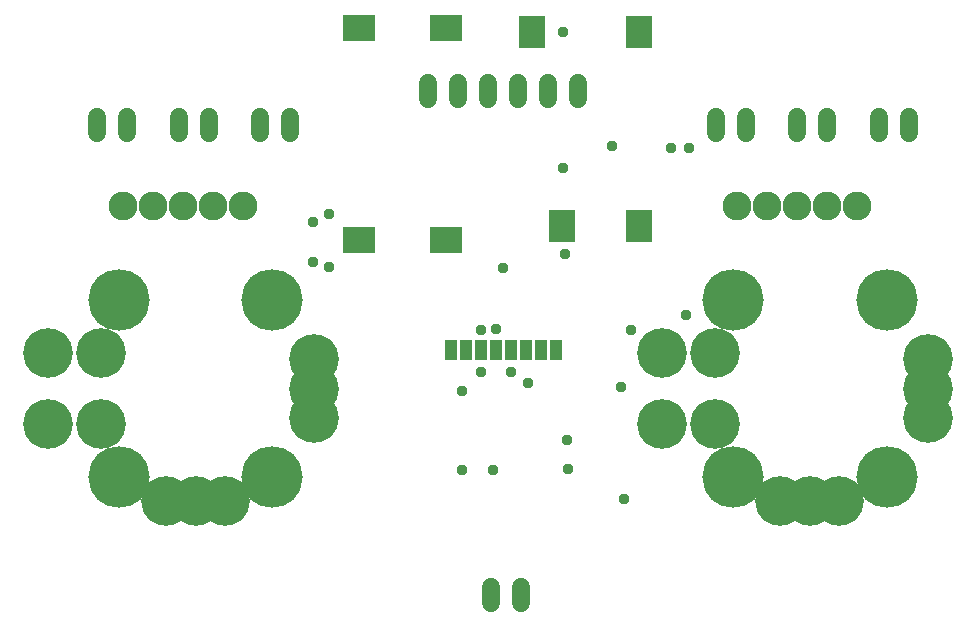
<source format=gbs>
G04 EAGLE Gerber X2 export*
%TF.Part,Single*%
%TF.FileFunction,Soldermask,Bot,1*%
%TF.FilePolarity,Negative*%
%TF.GenerationSoftware,Autodesk,EAGLE,9.0.1*%
%TF.CreationDate,2018-06-02T06:47:05Z*%
G75*
%MOMM*%
%FSLAX34Y34*%
%LPD*%
%AMOC8*
5,1,8,0,0,1.08239X$1,22.5*%
G01*
%ADD10C,1.524000*%
%ADD11C,2.453200*%
%ADD12C,5.203200*%
%ADD13C,4.203200*%
%ADD14R,1.103200X1.703200*%
%ADD15R,2.203200X2.703200*%
%ADD16R,2.703200X2.203200*%
%ADD17C,0.959600*%


D10*
X515800Y431604D02*
X515800Y418396D01*
X490400Y418396D02*
X490400Y431604D01*
D11*
X280000Y755000D03*
X254600Y755000D03*
X229100Y755000D03*
X203800Y755000D03*
X178400Y755000D03*
D12*
X175000Y675000D03*
X305000Y675000D03*
D13*
X115000Y630000D03*
X115000Y570000D03*
X160000Y570000D03*
X160000Y630000D03*
D12*
X175000Y525000D03*
X305000Y525000D03*
D13*
X215000Y505000D03*
X240000Y505000D03*
X265000Y505000D03*
X340000Y625000D03*
X340000Y600000D03*
X340000Y575000D03*
D11*
X800000Y755000D03*
X774600Y755000D03*
X749100Y755000D03*
X723800Y755000D03*
X698400Y755000D03*
D12*
X695000Y675000D03*
X825000Y675000D03*
D13*
X635000Y630000D03*
X635000Y570000D03*
X680000Y570000D03*
X680000Y630000D03*
D12*
X695000Y525000D03*
X825000Y525000D03*
D13*
X735000Y505000D03*
X760000Y505000D03*
X785000Y505000D03*
X860000Y625000D03*
X860000Y600000D03*
X860000Y575000D03*
D14*
X456000Y633000D03*
X468700Y633000D03*
X481400Y633000D03*
X494100Y633000D03*
X506800Y633000D03*
X519500Y633000D03*
X532200Y633000D03*
X544900Y633000D03*
D10*
X294200Y816396D02*
X294200Y829604D01*
X319600Y829604D02*
X319600Y816396D01*
X225450Y816396D02*
X225450Y829604D01*
X250850Y829604D02*
X250850Y816396D01*
X156700Y816396D02*
X156700Y829604D01*
X182100Y829604D02*
X182100Y816396D01*
X680700Y816396D02*
X680700Y829604D01*
X706100Y829604D02*
X706100Y816396D01*
X749450Y816396D02*
X749450Y829604D01*
X774850Y829604D02*
X774850Y816396D01*
X818200Y816396D02*
X818200Y829604D01*
X843600Y829604D02*
X843600Y816396D01*
X437000Y845396D02*
X437000Y858604D01*
X462400Y858604D02*
X462400Y845396D01*
X487800Y845396D02*
X487800Y858604D01*
X513200Y858604D02*
X513200Y845396D01*
X538600Y845396D02*
X538600Y858604D01*
X564000Y858604D02*
X564000Y845396D01*
D15*
X525000Y902000D03*
X615000Y902000D03*
X550000Y738000D03*
X615000Y738000D03*
D16*
X451500Y725700D03*
X378500Y725700D03*
X378500Y905300D03*
X451500Y905300D03*
D17*
X592500Y805000D03*
X553000Y714000D03*
X551000Y787000D03*
X551000Y902000D03*
X481250Y650000D03*
X481250Y613750D03*
X506875Y613750D03*
X555000Y531875D03*
X554375Y556875D03*
X494500Y650500D03*
X500500Y702000D03*
X353000Y747500D03*
X353000Y703000D03*
X339000Y741000D03*
X339000Y707000D03*
X491500Y531000D03*
X465500Y531000D03*
X642000Y804000D03*
X655500Y662000D03*
X608500Y650000D03*
X600500Y601500D03*
X465500Y598000D03*
X521000Y604500D03*
X603000Y506500D03*
X657500Y804000D03*
M02*

</source>
